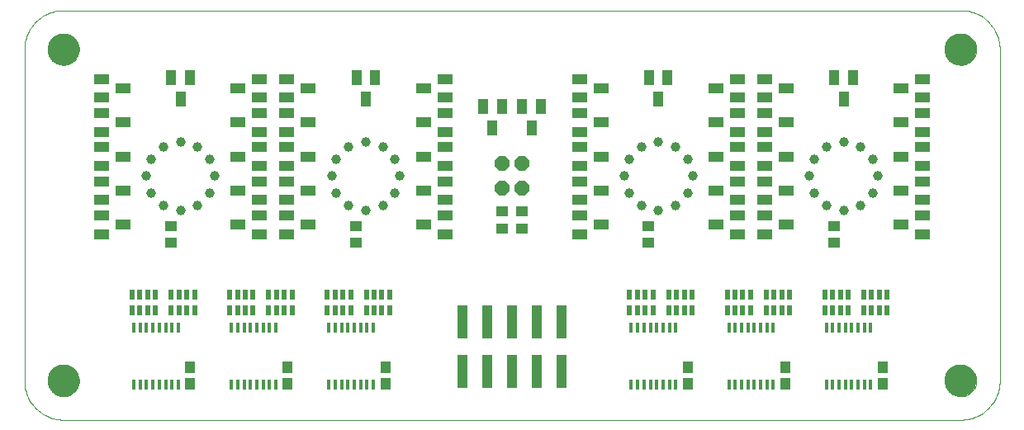
<source format=gts>
G75*
G70*
%OFA0B0*%
%FSLAX24Y24*%
%IPPOS*%
%LPD*%
%AMOC8*
5,1,8,0,0,1.08239X$1,22.5*
%
%ADD10C,0.0000*%
%ADD11C,0.1300*%
%ADD12R,0.0434X0.0591*%
%ADD13R,0.0591X0.0434*%
%ADD14R,0.0236X0.0394*%
%ADD15OC8,0.0600*%
%ADD16R,0.0473X0.0434*%
%ADD17R,0.0434X0.0473*%
%ADD18R,0.0160X0.0430*%
%ADD19R,0.0440X0.1340*%
%ADD20C,0.0396*%
D10*
X001755Y000180D02*
X037975Y000180D01*
X037345Y001755D02*
X037347Y001805D01*
X037353Y001855D01*
X037363Y001904D01*
X037377Y001952D01*
X037394Y001999D01*
X037415Y002044D01*
X037440Y002088D01*
X037468Y002129D01*
X037500Y002168D01*
X037534Y002205D01*
X037571Y002239D01*
X037611Y002269D01*
X037653Y002296D01*
X037697Y002320D01*
X037743Y002341D01*
X037790Y002357D01*
X037838Y002370D01*
X037888Y002379D01*
X037937Y002384D01*
X037988Y002385D01*
X038038Y002382D01*
X038087Y002375D01*
X038136Y002364D01*
X038184Y002349D01*
X038230Y002331D01*
X038275Y002309D01*
X038318Y002283D01*
X038359Y002254D01*
X038398Y002222D01*
X038434Y002187D01*
X038466Y002149D01*
X038496Y002109D01*
X038523Y002066D01*
X038546Y002022D01*
X038565Y001976D01*
X038581Y001928D01*
X038593Y001879D01*
X038601Y001830D01*
X038605Y001780D01*
X038605Y001730D01*
X038601Y001680D01*
X038593Y001631D01*
X038581Y001582D01*
X038565Y001534D01*
X038546Y001488D01*
X038523Y001444D01*
X038496Y001401D01*
X038466Y001361D01*
X038434Y001323D01*
X038398Y001288D01*
X038359Y001256D01*
X038318Y001227D01*
X038275Y001201D01*
X038230Y001179D01*
X038184Y001161D01*
X038136Y001146D01*
X038087Y001135D01*
X038038Y001128D01*
X037988Y001125D01*
X037937Y001126D01*
X037888Y001131D01*
X037838Y001140D01*
X037790Y001153D01*
X037743Y001169D01*
X037697Y001190D01*
X037653Y001214D01*
X037611Y001241D01*
X037571Y001271D01*
X037534Y001305D01*
X037500Y001342D01*
X037468Y001381D01*
X037440Y001422D01*
X037415Y001466D01*
X037394Y001511D01*
X037377Y001558D01*
X037363Y001606D01*
X037353Y001655D01*
X037347Y001705D01*
X037345Y001755D01*
X037975Y000180D02*
X038052Y000182D01*
X038129Y000188D01*
X038206Y000197D01*
X038282Y000210D01*
X038358Y000227D01*
X038432Y000248D01*
X038506Y000272D01*
X038578Y000300D01*
X038648Y000331D01*
X038717Y000366D01*
X038785Y000404D01*
X038850Y000445D01*
X038913Y000490D01*
X038974Y000538D01*
X039033Y000588D01*
X039089Y000641D01*
X039142Y000697D01*
X039192Y000756D01*
X039240Y000817D01*
X039285Y000880D01*
X039326Y000945D01*
X039364Y001013D01*
X039399Y001082D01*
X039430Y001152D01*
X039458Y001224D01*
X039482Y001298D01*
X039503Y001372D01*
X039520Y001448D01*
X039533Y001524D01*
X039542Y001601D01*
X039548Y001678D01*
X039550Y001755D01*
X039550Y015141D01*
X037345Y015141D02*
X037347Y015191D01*
X037353Y015241D01*
X037363Y015290D01*
X037377Y015338D01*
X037394Y015385D01*
X037415Y015430D01*
X037440Y015474D01*
X037468Y015515D01*
X037500Y015554D01*
X037534Y015591D01*
X037571Y015625D01*
X037611Y015655D01*
X037653Y015682D01*
X037697Y015706D01*
X037743Y015727D01*
X037790Y015743D01*
X037838Y015756D01*
X037888Y015765D01*
X037937Y015770D01*
X037988Y015771D01*
X038038Y015768D01*
X038087Y015761D01*
X038136Y015750D01*
X038184Y015735D01*
X038230Y015717D01*
X038275Y015695D01*
X038318Y015669D01*
X038359Y015640D01*
X038398Y015608D01*
X038434Y015573D01*
X038466Y015535D01*
X038496Y015495D01*
X038523Y015452D01*
X038546Y015408D01*
X038565Y015362D01*
X038581Y015314D01*
X038593Y015265D01*
X038601Y015216D01*
X038605Y015166D01*
X038605Y015116D01*
X038601Y015066D01*
X038593Y015017D01*
X038581Y014968D01*
X038565Y014920D01*
X038546Y014874D01*
X038523Y014830D01*
X038496Y014787D01*
X038466Y014747D01*
X038434Y014709D01*
X038398Y014674D01*
X038359Y014642D01*
X038318Y014613D01*
X038275Y014587D01*
X038230Y014565D01*
X038184Y014547D01*
X038136Y014532D01*
X038087Y014521D01*
X038038Y014514D01*
X037988Y014511D01*
X037937Y014512D01*
X037888Y014517D01*
X037838Y014526D01*
X037790Y014539D01*
X037743Y014555D01*
X037697Y014576D01*
X037653Y014600D01*
X037611Y014627D01*
X037571Y014657D01*
X037534Y014691D01*
X037500Y014728D01*
X037468Y014767D01*
X037440Y014808D01*
X037415Y014852D01*
X037394Y014897D01*
X037377Y014944D01*
X037363Y014992D01*
X037353Y015041D01*
X037347Y015091D01*
X037345Y015141D01*
X037975Y016716D02*
X038052Y016714D01*
X038129Y016708D01*
X038206Y016699D01*
X038282Y016686D01*
X038358Y016669D01*
X038432Y016648D01*
X038506Y016624D01*
X038578Y016596D01*
X038648Y016565D01*
X038717Y016530D01*
X038785Y016492D01*
X038850Y016451D01*
X038913Y016406D01*
X038974Y016358D01*
X039033Y016308D01*
X039089Y016255D01*
X039142Y016199D01*
X039192Y016140D01*
X039240Y016079D01*
X039285Y016016D01*
X039326Y015951D01*
X039364Y015883D01*
X039399Y015814D01*
X039430Y015744D01*
X039458Y015672D01*
X039482Y015598D01*
X039503Y015524D01*
X039520Y015448D01*
X039533Y015372D01*
X039542Y015295D01*
X039548Y015218D01*
X039550Y015141D01*
X037975Y016715D02*
X001755Y016715D01*
X001125Y015141D02*
X001127Y015191D01*
X001133Y015241D01*
X001143Y015290D01*
X001157Y015338D01*
X001174Y015385D01*
X001195Y015430D01*
X001220Y015474D01*
X001248Y015515D01*
X001280Y015554D01*
X001314Y015591D01*
X001351Y015625D01*
X001391Y015655D01*
X001433Y015682D01*
X001477Y015706D01*
X001523Y015727D01*
X001570Y015743D01*
X001618Y015756D01*
X001668Y015765D01*
X001717Y015770D01*
X001768Y015771D01*
X001818Y015768D01*
X001867Y015761D01*
X001916Y015750D01*
X001964Y015735D01*
X002010Y015717D01*
X002055Y015695D01*
X002098Y015669D01*
X002139Y015640D01*
X002178Y015608D01*
X002214Y015573D01*
X002246Y015535D01*
X002276Y015495D01*
X002303Y015452D01*
X002326Y015408D01*
X002345Y015362D01*
X002361Y015314D01*
X002373Y015265D01*
X002381Y015216D01*
X002385Y015166D01*
X002385Y015116D01*
X002381Y015066D01*
X002373Y015017D01*
X002361Y014968D01*
X002345Y014920D01*
X002326Y014874D01*
X002303Y014830D01*
X002276Y014787D01*
X002246Y014747D01*
X002214Y014709D01*
X002178Y014674D01*
X002139Y014642D01*
X002098Y014613D01*
X002055Y014587D01*
X002010Y014565D01*
X001964Y014547D01*
X001916Y014532D01*
X001867Y014521D01*
X001818Y014514D01*
X001768Y014511D01*
X001717Y014512D01*
X001668Y014517D01*
X001618Y014526D01*
X001570Y014539D01*
X001523Y014555D01*
X001477Y014576D01*
X001433Y014600D01*
X001391Y014627D01*
X001351Y014657D01*
X001314Y014691D01*
X001280Y014728D01*
X001248Y014767D01*
X001220Y014808D01*
X001195Y014852D01*
X001174Y014897D01*
X001157Y014944D01*
X001143Y014992D01*
X001133Y015041D01*
X001127Y015091D01*
X001125Y015141D01*
X000180Y015141D02*
X000182Y015218D01*
X000188Y015295D01*
X000197Y015372D01*
X000210Y015448D01*
X000227Y015524D01*
X000248Y015598D01*
X000272Y015672D01*
X000300Y015744D01*
X000331Y015814D01*
X000366Y015883D01*
X000404Y015951D01*
X000445Y016016D01*
X000490Y016079D01*
X000538Y016140D01*
X000588Y016199D01*
X000641Y016255D01*
X000697Y016308D01*
X000756Y016358D01*
X000817Y016406D01*
X000880Y016451D01*
X000945Y016492D01*
X001013Y016530D01*
X001082Y016565D01*
X001152Y016596D01*
X001224Y016624D01*
X001298Y016648D01*
X001372Y016669D01*
X001448Y016686D01*
X001524Y016699D01*
X001601Y016708D01*
X001678Y016714D01*
X001755Y016716D01*
X000180Y015141D02*
X000180Y001755D01*
X001125Y001755D02*
X001127Y001805D01*
X001133Y001855D01*
X001143Y001904D01*
X001157Y001952D01*
X001174Y001999D01*
X001195Y002044D01*
X001220Y002088D01*
X001248Y002129D01*
X001280Y002168D01*
X001314Y002205D01*
X001351Y002239D01*
X001391Y002269D01*
X001433Y002296D01*
X001477Y002320D01*
X001523Y002341D01*
X001570Y002357D01*
X001618Y002370D01*
X001668Y002379D01*
X001717Y002384D01*
X001768Y002385D01*
X001818Y002382D01*
X001867Y002375D01*
X001916Y002364D01*
X001964Y002349D01*
X002010Y002331D01*
X002055Y002309D01*
X002098Y002283D01*
X002139Y002254D01*
X002178Y002222D01*
X002214Y002187D01*
X002246Y002149D01*
X002276Y002109D01*
X002303Y002066D01*
X002326Y002022D01*
X002345Y001976D01*
X002361Y001928D01*
X002373Y001879D01*
X002381Y001830D01*
X002385Y001780D01*
X002385Y001730D01*
X002381Y001680D01*
X002373Y001631D01*
X002361Y001582D01*
X002345Y001534D01*
X002326Y001488D01*
X002303Y001444D01*
X002276Y001401D01*
X002246Y001361D01*
X002214Y001323D01*
X002178Y001288D01*
X002139Y001256D01*
X002098Y001227D01*
X002055Y001201D01*
X002010Y001179D01*
X001964Y001161D01*
X001916Y001146D01*
X001867Y001135D01*
X001818Y001128D01*
X001768Y001125D01*
X001717Y001126D01*
X001668Y001131D01*
X001618Y001140D01*
X001570Y001153D01*
X001523Y001169D01*
X001477Y001190D01*
X001433Y001214D01*
X001391Y001241D01*
X001351Y001271D01*
X001314Y001305D01*
X001280Y001342D01*
X001248Y001381D01*
X001220Y001422D01*
X001195Y001466D01*
X001174Y001511D01*
X001157Y001558D01*
X001143Y001606D01*
X001133Y001655D01*
X001127Y001705D01*
X001125Y001755D01*
X000180Y001755D02*
X000182Y001678D01*
X000188Y001601D01*
X000197Y001524D01*
X000210Y001448D01*
X000227Y001372D01*
X000248Y001298D01*
X000272Y001224D01*
X000300Y001152D01*
X000331Y001082D01*
X000366Y001013D01*
X000404Y000945D01*
X000445Y000880D01*
X000490Y000817D01*
X000538Y000756D01*
X000588Y000697D01*
X000641Y000641D01*
X000697Y000588D01*
X000756Y000538D01*
X000817Y000490D01*
X000880Y000445D01*
X000945Y000404D01*
X001013Y000366D01*
X001082Y000331D01*
X001152Y000300D01*
X001224Y000272D01*
X001298Y000248D01*
X001372Y000227D01*
X001448Y000210D01*
X001524Y000197D01*
X001601Y000188D01*
X001678Y000182D01*
X001755Y000180D01*
D11*
X001755Y001755D03*
X001755Y015141D03*
X037975Y015141D03*
X037975Y001755D03*
D12*
X020652Y011952D03*
X019078Y011952D03*
X019452Y012818D03*
X018704Y012818D03*
X020278Y012818D03*
X021026Y012818D03*
X025397Y013999D03*
X026145Y013999D03*
X025771Y013133D03*
X032877Y013999D03*
X033625Y013999D03*
X033251Y013133D03*
X014334Y013999D03*
X013586Y013999D03*
X013960Y013133D03*
X006853Y013999D03*
X006105Y013999D03*
X006479Y013133D03*
D13*
X004156Y013566D03*
X003290Y013940D03*
X003290Y013192D03*
X003290Y012562D03*
X004156Y012188D03*
X003290Y011814D03*
X003290Y011184D03*
X004156Y010810D03*
X003290Y010436D03*
X003290Y009806D03*
X004156Y009432D03*
X003290Y009058D03*
X003290Y008428D03*
X004156Y008054D03*
X003290Y007680D03*
X008802Y008054D03*
X009668Y007680D03*
X010771Y007680D03*
X011637Y008054D03*
X010771Y008428D03*
X009668Y008428D03*
X009668Y009058D03*
X008802Y009432D03*
X009668Y009806D03*
X009668Y010436D03*
X008802Y010810D03*
X009668Y011184D03*
X009668Y011814D03*
X008802Y012188D03*
X009668Y012562D03*
X010771Y012562D03*
X011637Y012188D03*
X010771Y011814D03*
X010771Y011184D03*
X011637Y010810D03*
X010771Y010436D03*
X010771Y009806D03*
X011637Y009432D03*
X010771Y009058D03*
X016282Y009432D03*
X017149Y009806D03*
X017149Y010436D03*
X016282Y010810D03*
X017149Y011184D03*
X017149Y011814D03*
X016282Y012188D03*
X017149Y012562D03*
X017149Y013192D03*
X016282Y013566D03*
X017149Y013940D03*
X022582Y013940D03*
X023448Y013566D03*
X022582Y013192D03*
X022582Y012562D03*
X023448Y012188D03*
X022582Y011814D03*
X022582Y011184D03*
X023448Y010810D03*
X022582Y010436D03*
X022582Y009806D03*
X023448Y009432D03*
X022582Y009058D03*
X022582Y008428D03*
X023448Y008054D03*
X022582Y007680D03*
X017149Y007680D03*
X016282Y008054D03*
X017149Y008428D03*
X017149Y009058D03*
X010771Y013192D03*
X011637Y013566D03*
X010771Y013940D03*
X009668Y013940D03*
X008802Y013566D03*
X009668Y013192D03*
X028093Y013566D03*
X028960Y013940D03*
X030062Y013940D03*
X030928Y013566D03*
X030062Y013192D03*
X028960Y013192D03*
X028960Y012562D03*
X028093Y012188D03*
X028960Y011814D03*
X028960Y011184D03*
X028093Y010810D03*
X028960Y010436D03*
X028960Y009806D03*
X028093Y009432D03*
X028960Y009058D03*
X030062Y009058D03*
X030928Y009432D03*
X030062Y009806D03*
X030062Y010436D03*
X030928Y010810D03*
X030062Y011184D03*
X030062Y011814D03*
X030928Y012188D03*
X030062Y012562D03*
X035574Y012188D03*
X036440Y012562D03*
X036440Y013192D03*
X035574Y013566D03*
X036440Y013940D03*
X036440Y011814D03*
X036440Y011184D03*
X035574Y010810D03*
X036440Y010436D03*
X036440Y009806D03*
X035574Y009432D03*
X036440Y009058D03*
X036440Y008428D03*
X035574Y008054D03*
X036440Y007680D03*
X030928Y008054D03*
X030062Y007680D03*
X028960Y007680D03*
X028093Y008054D03*
X028960Y008428D03*
X030062Y008428D03*
D14*
X030121Y005219D03*
X030436Y005219D03*
X030751Y005219D03*
X031066Y005219D03*
X031066Y004589D03*
X030751Y004589D03*
X030436Y004589D03*
X030121Y004589D03*
X029491Y004589D03*
X029176Y004589D03*
X028861Y004589D03*
X028546Y004589D03*
X028546Y005219D03*
X028861Y005219D03*
X029176Y005219D03*
X029491Y005219D03*
X027129Y005219D03*
X026814Y005219D03*
X026499Y005219D03*
X026184Y005219D03*
X025554Y005219D03*
X025239Y005219D03*
X024924Y005219D03*
X024609Y005219D03*
X024609Y004589D03*
X024924Y004589D03*
X025239Y004589D03*
X025554Y004589D03*
X026184Y004589D03*
X026499Y004589D03*
X026814Y004589D03*
X027129Y004589D03*
X032483Y004589D03*
X032798Y004589D03*
X033113Y004589D03*
X033428Y004589D03*
X034058Y004589D03*
X034373Y004589D03*
X034688Y004589D03*
X035003Y004589D03*
X035003Y005219D03*
X034688Y005219D03*
X034373Y005219D03*
X034058Y005219D03*
X033428Y005219D03*
X033113Y005219D03*
X032798Y005219D03*
X032483Y005219D03*
X014924Y005219D03*
X014609Y005219D03*
X014294Y005219D03*
X013979Y005219D03*
X013349Y005219D03*
X013034Y005219D03*
X012719Y005219D03*
X012404Y005219D03*
X012404Y004589D03*
X012719Y004589D03*
X013034Y004589D03*
X013349Y004589D03*
X013979Y004589D03*
X014294Y004589D03*
X014609Y004589D03*
X014924Y004589D03*
X010987Y004589D03*
X010672Y004589D03*
X010357Y004589D03*
X010042Y004589D03*
X009412Y004589D03*
X009097Y004589D03*
X008782Y004589D03*
X008467Y004589D03*
X008467Y005219D03*
X008782Y005219D03*
X009097Y005219D03*
X009412Y005219D03*
X010042Y005219D03*
X010357Y005219D03*
X010672Y005219D03*
X010987Y005219D03*
X007050Y005219D03*
X006735Y005219D03*
X006420Y005219D03*
X006105Y005219D03*
X005475Y005219D03*
X005160Y005219D03*
X004845Y005219D03*
X004530Y005219D03*
X004530Y004589D03*
X004845Y004589D03*
X005160Y004589D03*
X005475Y004589D03*
X006105Y004589D03*
X006420Y004589D03*
X006735Y004589D03*
X007050Y004589D03*
D15*
X019471Y009523D03*
X020259Y009523D03*
X020259Y010523D03*
X019471Y010523D03*
D16*
X019471Y008586D03*
X020259Y008586D03*
X020259Y007916D03*
X019471Y007916D03*
X025377Y007995D03*
X025377Y007326D03*
X032857Y007326D03*
X032857Y007995D03*
X013566Y007995D03*
X013566Y007326D03*
X006086Y007326D03*
X006086Y007995D03*
D17*
X006873Y002286D03*
X006873Y001617D03*
X010810Y001617D03*
X010810Y002286D03*
X014747Y002286D03*
X014747Y001617D03*
X026952Y001617D03*
X026952Y002286D03*
X030889Y002286D03*
X030889Y001617D03*
X034826Y001617D03*
X034826Y002286D03*
D18*
X034343Y001590D03*
X034087Y001590D03*
X033832Y001590D03*
X033576Y001590D03*
X033320Y001590D03*
X033064Y001590D03*
X032808Y001590D03*
X032552Y001590D03*
X030406Y001590D03*
X030150Y001590D03*
X029895Y001590D03*
X029639Y001590D03*
X029383Y001590D03*
X029127Y001590D03*
X028871Y001590D03*
X028615Y001590D03*
X026469Y001590D03*
X026213Y001590D03*
X025958Y001590D03*
X025702Y001590D03*
X025446Y001590D03*
X025190Y001590D03*
X024934Y001590D03*
X024678Y001590D03*
X024678Y003888D03*
X024934Y003888D03*
X025190Y003888D03*
X025446Y003888D03*
X025702Y003888D03*
X025958Y003888D03*
X026213Y003888D03*
X026469Y003888D03*
X028615Y003888D03*
X028871Y003888D03*
X029127Y003888D03*
X029383Y003888D03*
X029639Y003888D03*
X029895Y003888D03*
X030150Y003888D03*
X030406Y003888D03*
X032552Y003888D03*
X032808Y003888D03*
X033064Y003888D03*
X033320Y003888D03*
X033576Y003888D03*
X033832Y003888D03*
X034087Y003888D03*
X034343Y003888D03*
X014265Y003888D03*
X014009Y003888D03*
X013753Y003888D03*
X013497Y003888D03*
X013241Y003888D03*
X012985Y003888D03*
X012729Y003888D03*
X012473Y003888D03*
X010328Y003888D03*
X010072Y003888D03*
X009816Y003888D03*
X009560Y003888D03*
X009304Y003888D03*
X009048Y003888D03*
X008792Y003888D03*
X008536Y003888D03*
X006391Y003888D03*
X006135Y003888D03*
X005879Y003888D03*
X005623Y003888D03*
X005367Y003888D03*
X005111Y003888D03*
X004855Y003888D03*
X004599Y003888D03*
X004599Y001590D03*
X004855Y001590D03*
X005111Y001590D03*
X005367Y001590D03*
X005623Y001590D03*
X005879Y001590D03*
X006135Y001590D03*
X006391Y001590D03*
X008536Y001590D03*
X008792Y001590D03*
X009048Y001590D03*
X009304Y001590D03*
X009560Y001590D03*
X009816Y001590D03*
X010072Y001590D03*
X010328Y001590D03*
X012473Y001590D03*
X012729Y001590D03*
X012985Y001590D03*
X013241Y001590D03*
X013497Y001590D03*
X013753Y001590D03*
X014009Y001590D03*
X014265Y001590D03*
D19*
X017861Y002141D03*
X018861Y002141D03*
X019861Y002141D03*
X020861Y002141D03*
X021861Y002141D03*
X021861Y004141D03*
X020861Y004141D03*
X019861Y004141D03*
X018861Y004141D03*
X017861Y004141D03*
D20*
X013960Y008645D03*
X014649Y008841D03*
X015141Y009334D03*
X015337Y010023D03*
X015141Y010711D03*
X014649Y011204D03*
X013960Y011400D03*
X013271Y011204D03*
X012778Y010711D03*
X012582Y010023D03*
X012778Y009334D03*
X013271Y008841D03*
X007857Y010023D03*
X007660Y010711D03*
X007168Y011204D03*
X006479Y011400D03*
X005790Y011204D03*
X005298Y010711D03*
X005101Y010023D03*
X005298Y009334D03*
X005790Y008841D03*
X006479Y008645D03*
X007168Y008841D03*
X007660Y009334D03*
X024393Y010023D03*
X024589Y010711D03*
X025082Y011204D03*
X025771Y011400D03*
X026460Y011204D03*
X026952Y010711D03*
X027149Y010023D03*
X026952Y009334D03*
X026460Y008841D03*
X025771Y008645D03*
X025082Y008841D03*
X024589Y009334D03*
X031873Y010023D03*
X032070Y010711D03*
X032562Y011204D03*
X033251Y011400D03*
X033940Y011204D03*
X034432Y010711D03*
X034629Y010023D03*
X034432Y009334D03*
X033940Y008841D03*
X033251Y008645D03*
X032562Y008841D03*
X032070Y009334D03*
M02*

</source>
